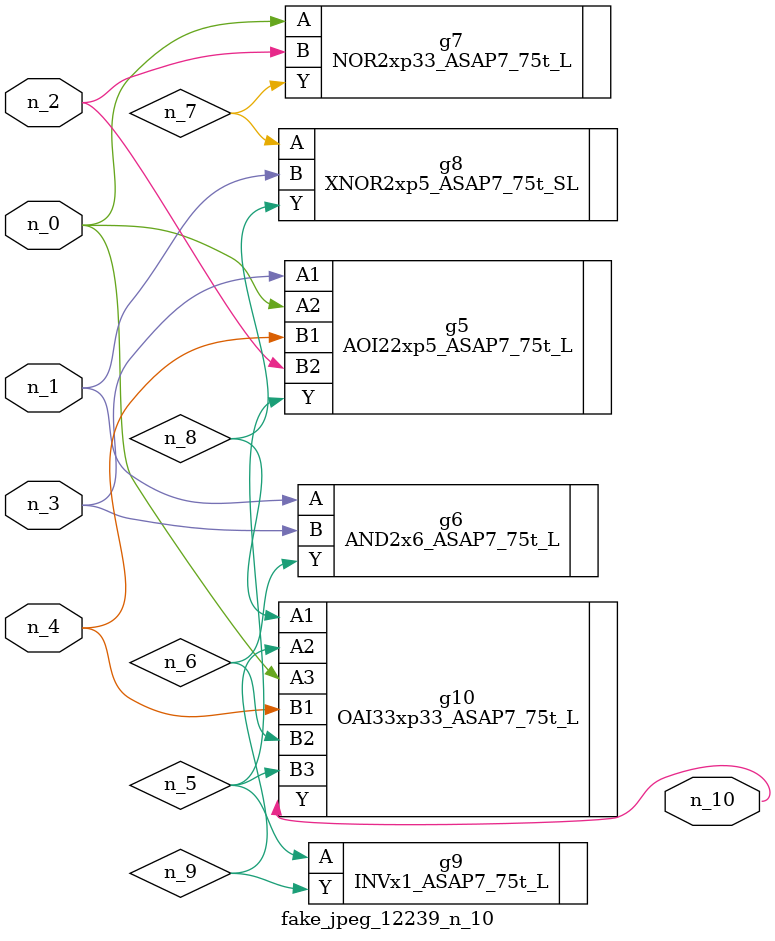
<source format=v>
module fake_jpeg_12239_n_10 (n_3, n_2, n_1, n_0, n_4, n_10);

input n_3;
input n_2;
input n_1;
input n_0;
input n_4;

output n_10;

wire n_8;
wire n_9;
wire n_6;
wire n_5;
wire n_7;

AOI22xp5_ASAP7_75t_L g5 ( 
.A1(n_3),
.A2(n_0),
.B1(n_4),
.B2(n_2),
.Y(n_5)
);

AND2x6_ASAP7_75t_L g6 ( 
.A(n_1),
.B(n_3),
.Y(n_6)
);

NOR2xp33_ASAP7_75t_L g7 ( 
.A(n_0),
.B(n_2),
.Y(n_7)
);

XNOR2xp5_ASAP7_75t_SL g8 ( 
.A(n_7),
.B(n_1),
.Y(n_8)
);

OAI33xp33_ASAP7_75t_L g10 ( 
.A1(n_8),
.A2(n_9),
.A3(n_0),
.B1(n_4),
.B2(n_6),
.B3(n_5),
.Y(n_10)
);

INVx1_ASAP7_75t_L g9 ( 
.A(n_5),
.Y(n_9)
);


endmodule
</source>
